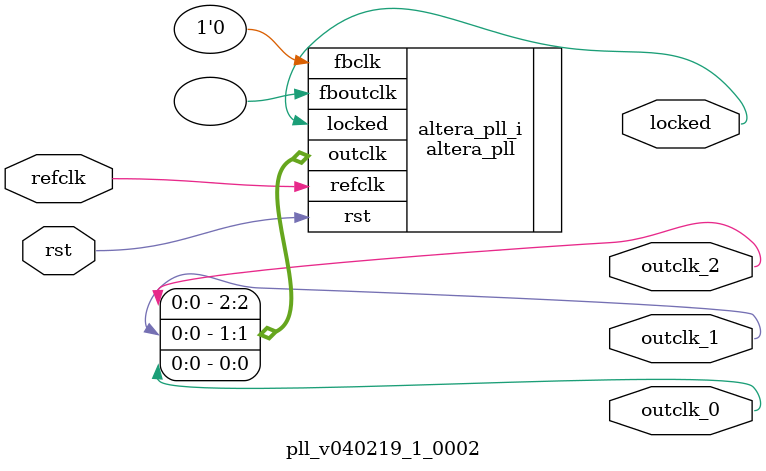
<source format=v>
`timescale 1ns/10ps
module  pll_v040219_1_0002(

	// interface 'refclk'
	input wire refclk,

	// interface 'reset'
	input wire rst,

	// interface 'outclk0'
	output wire outclk_0,

	// interface 'outclk1'
	output wire outclk_1,

	// interface 'outclk2'
	output wire outclk_2,

	// interface 'locked'
	output wire locked
);

	altera_pll #(
		.fractional_vco_multiplier("false"),
		.reference_clock_frequency("360.0 MHz"),
		.operation_mode("direct"),
		.number_of_clocks(3),
		.output_clock_frequency0("125.000000 MHz"),
		.phase_shift0("0 ps"),
		.duty_cycle0(50),
		.output_clock_frequency1("12.000000 MHz"),
		.phase_shift1("0 ps"),
		.duty_cycle1(50),
		.output_clock_frequency2("100.000000 MHz"),
		.phase_shift2("0 ps"),
		.duty_cycle2(50),
		.output_clock_frequency3("0 MHz"),
		.phase_shift3("0 ps"),
		.duty_cycle3(50),
		.output_clock_frequency4("0 MHz"),
		.phase_shift4("0 ps"),
		.duty_cycle4(50),
		.output_clock_frequency5("0 MHz"),
		.phase_shift5("0 ps"),
		.duty_cycle5(50),
		.output_clock_frequency6("0 MHz"),
		.phase_shift6("0 ps"),
		.duty_cycle6(50),
		.output_clock_frequency7("0 MHz"),
		.phase_shift7("0 ps"),
		.duty_cycle7(50),
		.output_clock_frequency8("0 MHz"),
		.phase_shift8("0 ps"),
		.duty_cycle8(50),
		.output_clock_frequency9("0 MHz"),
		.phase_shift9("0 ps"),
		.duty_cycle9(50),
		.output_clock_frequency10("0 MHz"),
		.phase_shift10("0 ps"),
		.duty_cycle10(50),
		.output_clock_frequency11("0 MHz"),
		.phase_shift11("0 ps"),
		.duty_cycle11(50),
		.output_clock_frequency12("0 MHz"),
		.phase_shift12("0 ps"),
		.duty_cycle12(50),
		.output_clock_frequency13("0 MHz"),
		.phase_shift13("0 ps"),
		.duty_cycle13(50),
		.output_clock_frequency14("0 MHz"),
		.phase_shift14("0 ps"),
		.duty_cycle14(50),
		.output_clock_frequency15("0 MHz"),
		.phase_shift15("0 ps"),
		.duty_cycle15(50),
		.output_clock_frequency16("0 MHz"),
		.phase_shift16("0 ps"),
		.duty_cycle16(50),
		.output_clock_frequency17("0 MHz"),
		.phase_shift17("0 ps"),
		.duty_cycle17(50),
		.pll_type("General"),
		.pll_subtype("General")
	) altera_pll_i (
		.rst	(rst),
		.outclk	({outclk_2, outclk_1, outclk_0}),
		.locked	(locked),
		.fboutclk	( ),
		.fbclk	(1'b0),
		.refclk	(refclk)
	);
endmodule


</source>
